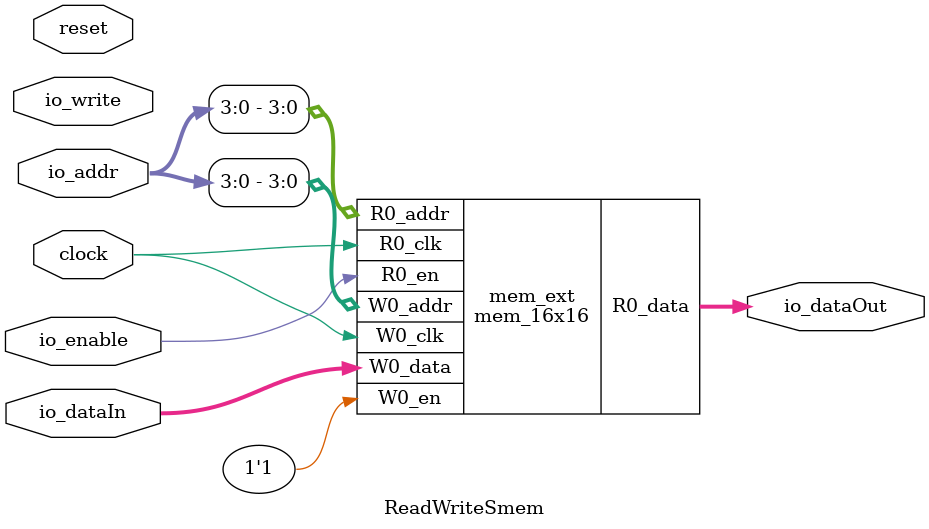
<source format=v>
module mem_16x16(
  input  [3:0]  R0_addr,
  input         R0_en,
                R0_clk,
  input  [3:0]  W0_addr,
  input         W0_en,
                W0_clk,
  input  [15:0] W0_data,
  output [15:0] R0_data
);

  reg [15:0] Memory[0:15];
  reg        _R0_en_d0;
  reg [3:0]  _R0_addr_d0;
  always @(posedge R0_clk) begin
    _R0_en_d0 <= R0_en;
    _R0_addr_d0 <= R0_addr;
  end // always @(posedge)
  always @(posedge W0_clk) begin
    if (W0_en)
      Memory[W0_addr] <= W0_data;
  end // always @(posedge)
  assign R0_data = _R0_en_d0 ? Memory[_R0_addr_d0] : 16'bx;
endmodule

module ReadWriteSmem(
  input         clock,
                reset,
                io_enable,
                io_write,
  input  [9:0]  io_addr,
  input  [15:0] io_dataIn,
  output [15:0] io_dataOut
);

  mem_16x16 mem_ext (
    .R0_addr (io_addr[3:0]),
    .R0_en   (io_enable),
    .R0_clk  (clock),
    .W0_addr (io_addr[3:0]),
    .W0_en   (1'h1),
    .W0_clk  (clock),
    .W0_data (io_dataIn),
    .R0_data (io_dataOut)
  );
endmodule


</source>
